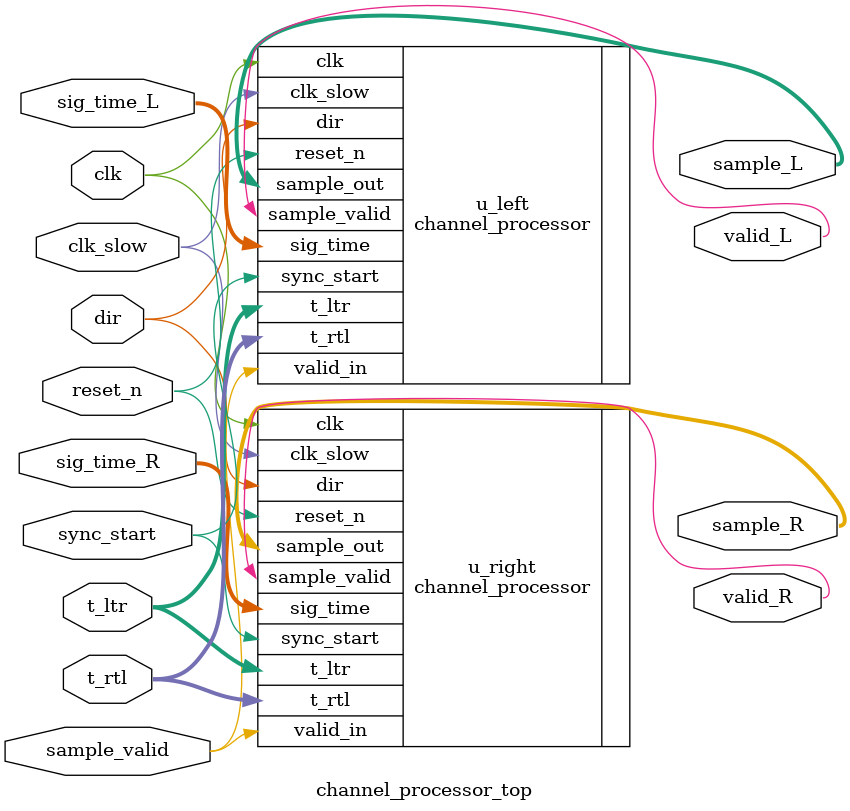
<source format=v>
module channel_processor_top (
    input  wire        clk,
	 input  wire		  clk_slow,
    input  wire        reset_n,

    input  wire [31:0] sig_time_L,
    input  wire [31:0] sig_time_R,
    input  wire        sample_valid,
    input  wire        dir,
    input  wire [31:0] t_ltr,
    input  wire [31:0] t_rtl,
    input  wire        sync_start,

    output wire signed [15:0] sample_L,
    output wire signed [15:0] sample_R,
    output wire               valid_L,
    output wire               valid_R
);

    channel_processor u_left (
        .clk(clk),
		  .clk_slow(clk_slow),
        .reset_n(reset_n),
        .sig_time(sig_time_L),
        .valid_in(sample_valid),
        .dir(dir),
        .t_ltr(t_ltr),
        .t_rtl(t_rtl),
        .sync_start(sync_start),
        .sample_out(sample_L),
        .sample_valid(valid_L)
    );

    channel_processor u_right (
        .clk(clk),
		  .clk_slow(clk_slow),
        .reset_n(reset_n),
        .sig_time(sig_time_R),
        .valid_in(sample_valid),
        .dir(dir),
        .t_ltr(t_ltr),
        .t_rtl(t_rtl),
        .sync_start(sync_start),
        .sample_out(sample_R),
        .sample_valid(valid_R)
    );

endmodule
</source>
